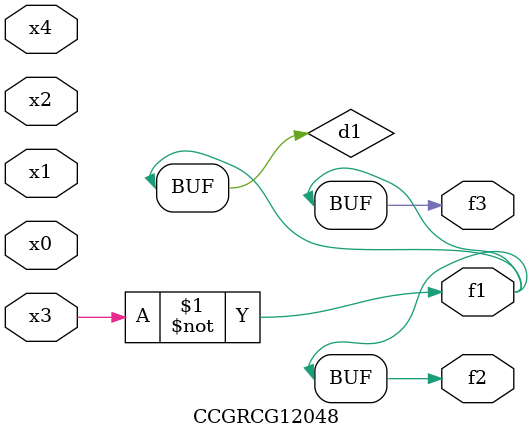
<source format=v>
module CCGRCG12048(
	input x0, x1, x2, x3, x4,
	output f1, f2, f3
);

	wire d1, d2;

	xnor (d1, x3);
	not (d2, x1);
	assign f1 = d1;
	assign f2 = d1;
	assign f3 = d1;
endmodule

</source>
